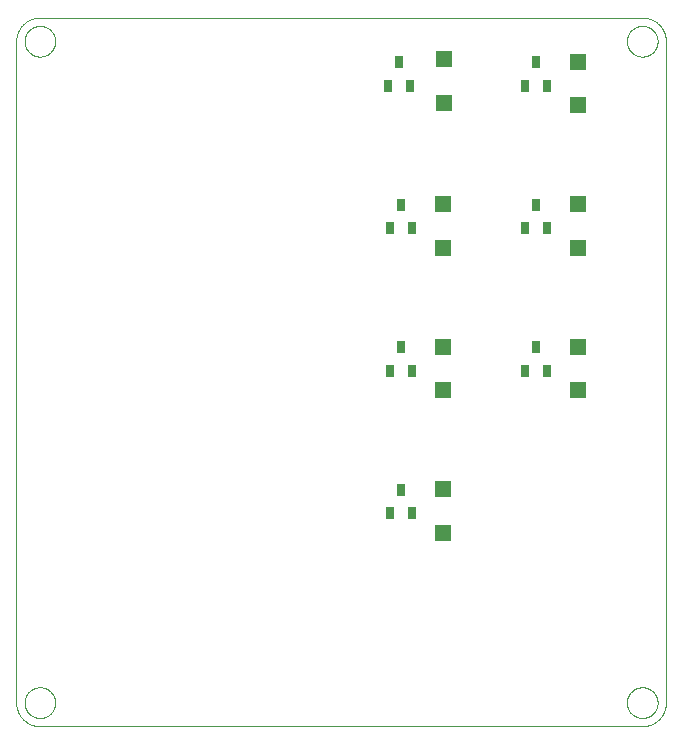
<source format=gbp>
G75*
%MOIN*%
%OFA0B0*%
%FSLAX25Y25*%
%IPPOS*%
%LPD*%
%AMOC8*
5,1,8,0,0,1.08239X$1,22.5*
%
%ADD10C,0.00001*%
%ADD11R,0.02500X0.04000*%
%ADD12R,0.05512X0.05512*%
D10*
X0105675Y0063549D02*
X0105675Y0284021D01*
X0108431Y0284021D02*
X0108433Y0284164D01*
X0108439Y0284307D01*
X0108449Y0284449D01*
X0108463Y0284591D01*
X0108481Y0284733D01*
X0108503Y0284875D01*
X0108528Y0285015D01*
X0108558Y0285155D01*
X0108592Y0285294D01*
X0108629Y0285432D01*
X0108671Y0285569D01*
X0108716Y0285704D01*
X0108765Y0285838D01*
X0108817Y0285971D01*
X0108873Y0286103D01*
X0108933Y0286232D01*
X0108997Y0286360D01*
X0109064Y0286487D01*
X0109135Y0286611D01*
X0109209Y0286733D01*
X0109286Y0286853D01*
X0109367Y0286971D01*
X0109451Y0287087D01*
X0109538Y0287200D01*
X0109628Y0287311D01*
X0109722Y0287419D01*
X0109818Y0287525D01*
X0109917Y0287627D01*
X0110020Y0287727D01*
X0110124Y0287824D01*
X0110232Y0287919D01*
X0110342Y0288010D01*
X0110455Y0288098D01*
X0110570Y0288182D01*
X0110687Y0288264D01*
X0110807Y0288342D01*
X0110928Y0288417D01*
X0111052Y0288489D01*
X0111178Y0288557D01*
X0111305Y0288621D01*
X0111435Y0288682D01*
X0111566Y0288739D01*
X0111698Y0288793D01*
X0111832Y0288842D01*
X0111967Y0288889D01*
X0112104Y0288931D01*
X0112242Y0288969D01*
X0112380Y0289004D01*
X0112520Y0289034D01*
X0112660Y0289061D01*
X0112801Y0289084D01*
X0112943Y0289103D01*
X0113085Y0289118D01*
X0113228Y0289129D01*
X0113370Y0289136D01*
X0113513Y0289139D01*
X0113656Y0289138D01*
X0113799Y0289133D01*
X0113942Y0289124D01*
X0114084Y0289111D01*
X0114226Y0289094D01*
X0114367Y0289073D01*
X0114508Y0289048D01*
X0114648Y0289020D01*
X0114787Y0288987D01*
X0114925Y0288950D01*
X0115062Y0288910D01*
X0115198Y0288866D01*
X0115333Y0288818D01*
X0115466Y0288766D01*
X0115598Y0288711D01*
X0115728Y0288652D01*
X0115857Y0288589D01*
X0115983Y0288523D01*
X0116108Y0288453D01*
X0116231Y0288380D01*
X0116351Y0288304D01*
X0116470Y0288224D01*
X0116586Y0288140D01*
X0116700Y0288054D01*
X0116811Y0287964D01*
X0116920Y0287872D01*
X0117026Y0287776D01*
X0117130Y0287678D01*
X0117231Y0287576D01*
X0117328Y0287472D01*
X0117423Y0287365D01*
X0117515Y0287256D01*
X0117604Y0287144D01*
X0117690Y0287029D01*
X0117772Y0286913D01*
X0117851Y0286793D01*
X0117927Y0286672D01*
X0117999Y0286549D01*
X0118068Y0286424D01*
X0118133Y0286297D01*
X0118195Y0286168D01*
X0118253Y0286037D01*
X0118308Y0285905D01*
X0118358Y0285771D01*
X0118405Y0285636D01*
X0118449Y0285500D01*
X0118488Y0285363D01*
X0118523Y0285224D01*
X0118555Y0285085D01*
X0118583Y0284945D01*
X0118607Y0284804D01*
X0118627Y0284662D01*
X0118643Y0284520D01*
X0118655Y0284378D01*
X0118663Y0284235D01*
X0118667Y0284092D01*
X0118667Y0283950D01*
X0118663Y0283807D01*
X0118655Y0283664D01*
X0118643Y0283522D01*
X0118627Y0283380D01*
X0118607Y0283238D01*
X0118583Y0283097D01*
X0118555Y0282957D01*
X0118523Y0282818D01*
X0118488Y0282679D01*
X0118449Y0282542D01*
X0118405Y0282406D01*
X0118358Y0282271D01*
X0118308Y0282137D01*
X0118253Y0282005D01*
X0118195Y0281874D01*
X0118133Y0281745D01*
X0118068Y0281618D01*
X0117999Y0281493D01*
X0117927Y0281370D01*
X0117851Y0281249D01*
X0117772Y0281129D01*
X0117690Y0281013D01*
X0117604Y0280898D01*
X0117515Y0280786D01*
X0117423Y0280677D01*
X0117328Y0280570D01*
X0117231Y0280466D01*
X0117130Y0280364D01*
X0117026Y0280266D01*
X0116920Y0280170D01*
X0116811Y0280078D01*
X0116700Y0279988D01*
X0116586Y0279902D01*
X0116470Y0279818D01*
X0116351Y0279738D01*
X0116231Y0279662D01*
X0116108Y0279589D01*
X0115983Y0279519D01*
X0115857Y0279453D01*
X0115728Y0279390D01*
X0115598Y0279331D01*
X0115466Y0279276D01*
X0115333Y0279224D01*
X0115198Y0279176D01*
X0115062Y0279132D01*
X0114925Y0279092D01*
X0114787Y0279055D01*
X0114648Y0279022D01*
X0114508Y0278994D01*
X0114367Y0278969D01*
X0114226Y0278948D01*
X0114084Y0278931D01*
X0113942Y0278918D01*
X0113799Y0278909D01*
X0113656Y0278904D01*
X0113513Y0278903D01*
X0113370Y0278906D01*
X0113228Y0278913D01*
X0113085Y0278924D01*
X0112943Y0278939D01*
X0112801Y0278958D01*
X0112660Y0278981D01*
X0112520Y0279008D01*
X0112380Y0279038D01*
X0112242Y0279073D01*
X0112104Y0279111D01*
X0111967Y0279153D01*
X0111832Y0279200D01*
X0111698Y0279249D01*
X0111566Y0279303D01*
X0111435Y0279360D01*
X0111305Y0279421D01*
X0111178Y0279485D01*
X0111052Y0279553D01*
X0110928Y0279625D01*
X0110807Y0279700D01*
X0110687Y0279778D01*
X0110570Y0279860D01*
X0110455Y0279944D01*
X0110342Y0280032D01*
X0110232Y0280123D01*
X0110124Y0280218D01*
X0110020Y0280315D01*
X0109917Y0280415D01*
X0109818Y0280517D01*
X0109722Y0280623D01*
X0109628Y0280731D01*
X0109538Y0280842D01*
X0109451Y0280955D01*
X0109367Y0281071D01*
X0109286Y0281189D01*
X0109209Y0281309D01*
X0109135Y0281431D01*
X0109064Y0281555D01*
X0108997Y0281682D01*
X0108933Y0281810D01*
X0108873Y0281939D01*
X0108817Y0282071D01*
X0108765Y0282204D01*
X0108716Y0282338D01*
X0108671Y0282473D01*
X0108629Y0282610D01*
X0108592Y0282748D01*
X0108558Y0282887D01*
X0108528Y0283027D01*
X0108503Y0283167D01*
X0108481Y0283309D01*
X0108463Y0283451D01*
X0108449Y0283593D01*
X0108439Y0283735D01*
X0108433Y0283878D01*
X0108431Y0284021D01*
X0105675Y0284021D02*
X0105677Y0284211D01*
X0105684Y0284401D01*
X0105696Y0284591D01*
X0105712Y0284781D01*
X0105732Y0284970D01*
X0105758Y0285159D01*
X0105787Y0285347D01*
X0105822Y0285534D01*
X0105861Y0285720D01*
X0105904Y0285905D01*
X0105952Y0286090D01*
X0106004Y0286273D01*
X0106060Y0286454D01*
X0106121Y0286634D01*
X0106187Y0286813D01*
X0106256Y0286990D01*
X0106330Y0287166D01*
X0106408Y0287339D01*
X0106491Y0287511D01*
X0106577Y0287680D01*
X0106667Y0287848D01*
X0106762Y0288013D01*
X0106860Y0288176D01*
X0106963Y0288336D01*
X0107069Y0288494D01*
X0107179Y0288649D01*
X0107292Y0288802D01*
X0107410Y0288952D01*
X0107531Y0289098D01*
X0107655Y0289242D01*
X0107783Y0289383D01*
X0107914Y0289521D01*
X0108049Y0289656D01*
X0108187Y0289787D01*
X0108328Y0289915D01*
X0108472Y0290039D01*
X0108618Y0290160D01*
X0108768Y0290278D01*
X0108921Y0290391D01*
X0109076Y0290501D01*
X0109234Y0290607D01*
X0109394Y0290710D01*
X0109557Y0290808D01*
X0109722Y0290903D01*
X0109890Y0290993D01*
X0110059Y0291079D01*
X0110231Y0291162D01*
X0110404Y0291240D01*
X0110580Y0291314D01*
X0110757Y0291383D01*
X0110936Y0291449D01*
X0111116Y0291510D01*
X0111297Y0291566D01*
X0111480Y0291618D01*
X0111665Y0291666D01*
X0111850Y0291709D01*
X0112036Y0291748D01*
X0112223Y0291783D01*
X0112411Y0291812D01*
X0112600Y0291838D01*
X0112789Y0291858D01*
X0112979Y0291874D01*
X0113169Y0291886D01*
X0113359Y0291893D01*
X0113549Y0291895D01*
X0314336Y0291895D01*
X0309218Y0284021D02*
X0309220Y0284164D01*
X0309226Y0284307D01*
X0309236Y0284449D01*
X0309250Y0284591D01*
X0309268Y0284733D01*
X0309290Y0284875D01*
X0309315Y0285015D01*
X0309345Y0285155D01*
X0309379Y0285294D01*
X0309416Y0285432D01*
X0309458Y0285569D01*
X0309503Y0285704D01*
X0309552Y0285838D01*
X0309604Y0285971D01*
X0309660Y0286103D01*
X0309720Y0286232D01*
X0309784Y0286360D01*
X0309851Y0286487D01*
X0309922Y0286611D01*
X0309996Y0286733D01*
X0310073Y0286853D01*
X0310154Y0286971D01*
X0310238Y0287087D01*
X0310325Y0287200D01*
X0310415Y0287311D01*
X0310509Y0287419D01*
X0310605Y0287525D01*
X0310704Y0287627D01*
X0310807Y0287727D01*
X0310911Y0287824D01*
X0311019Y0287919D01*
X0311129Y0288010D01*
X0311242Y0288098D01*
X0311357Y0288182D01*
X0311474Y0288264D01*
X0311594Y0288342D01*
X0311715Y0288417D01*
X0311839Y0288489D01*
X0311965Y0288557D01*
X0312092Y0288621D01*
X0312222Y0288682D01*
X0312353Y0288739D01*
X0312485Y0288793D01*
X0312619Y0288842D01*
X0312754Y0288889D01*
X0312891Y0288931D01*
X0313029Y0288969D01*
X0313167Y0289004D01*
X0313307Y0289034D01*
X0313447Y0289061D01*
X0313588Y0289084D01*
X0313730Y0289103D01*
X0313872Y0289118D01*
X0314015Y0289129D01*
X0314157Y0289136D01*
X0314300Y0289139D01*
X0314443Y0289138D01*
X0314586Y0289133D01*
X0314729Y0289124D01*
X0314871Y0289111D01*
X0315013Y0289094D01*
X0315154Y0289073D01*
X0315295Y0289048D01*
X0315435Y0289020D01*
X0315574Y0288987D01*
X0315712Y0288950D01*
X0315849Y0288910D01*
X0315985Y0288866D01*
X0316120Y0288818D01*
X0316253Y0288766D01*
X0316385Y0288711D01*
X0316515Y0288652D01*
X0316644Y0288589D01*
X0316770Y0288523D01*
X0316895Y0288453D01*
X0317018Y0288380D01*
X0317138Y0288304D01*
X0317257Y0288224D01*
X0317373Y0288140D01*
X0317487Y0288054D01*
X0317598Y0287964D01*
X0317707Y0287872D01*
X0317813Y0287776D01*
X0317917Y0287678D01*
X0318018Y0287576D01*
X0318115Y0287472D01*
X0318210Y0287365D01*
X0318302Y0287256D01*
X0318391Y0287144D01*
X0318477Y0287029D01*
X0318559Y0286913D01*
X0318638Y0286793D01*
X0318714Y0286672D01*
X0318786Y0286549D01*
X0318855Y0286424D01*
X0318920Y0286297D01*
X0318982Y0286168D01*
X0319040Y0286037D01*
X0319095Y0285905D01*
X0319145Y0285771D01*
X0319192Y0285636D01*
X0319236Y0285500D01*
X0319275Y0285363D01*
X0319310Y0285224D01*
X0319342Y0285085D01*
X0319370Y0284945D01*
X0319394Y0284804D01*
X0319414Y0284662D01*
X0319430Y0284520D01*
X0319442Y0284378D01*
X0319450Y0284235D01*
X0319454Y0284092D01*
X0319454Y0283950D01*
X0319450Y0283807D01*
X0319442Y0283664D01*
X0319430Y0283522D01*
X0319414Y0283380D01*
X0319394Y0283238D01*
X0319370Y0283097D01*
X0319342Y0282957D01*
X0319310Y0282818D01*
X0319275Y0282679D01*
X0319236Y0282542D01*
X0319192Y0282406D01*
X0319145Y0282271D01*
X0319095Y0282137D01*
X0319040Y0282005D01*
X0318982Y0281874D01*
X0318920Y0281745D01*
X0318855Y0281618D01*
X0318786Y0281493D01*
X0318714Y0281370D01*
X0318638Y0281249D01*
X0318559Y0281129D01*
X0318477Y0281013D01*
X0318391Y0280898D01*
X0318302Y0280786D01*
X0318210Y0280677D01*
X0318115Y0280570D01*
X0318018Y0280466D01*
X0317917Y0280364D01*
X0317813Y0280266D01*
X0317707Y0280170D01*
X0317598Y0280078D01*
X0317487Y0279988D01*
X0317373Y0279902D01*
X0317257Y0279818D01*
X0317138Y0279738D01*
X0317018Y0279662D01*
X0316895Y0279589D01*
X0316770Y0279519D01*
X0316644Y0279453D01*
X0316515Y0279390D01*
X0316385Y0279331D01*
X0316253Y0279276D01*
X0316120Y0279224D01*
X0315985Y0279176D01*
X0315849Y0279132D01*
X0315712Y0279092D01*
X0315574Y0279055D01*
X0315435Y0279022D01*
X0315295Y0278994D01*
X0315154Y0278969D01*
X0315013Y0278948D01*
X0314871Y0278931D01*
X0314729Y0278918D01*
X0314586Y0278909D01*
X0314443Y0278904D01*
X0314300Y0278903D01*
X0314157Y0278906D01*
X0314015Y0278913D01*
X0313872Y0278924D01*
X0313730Y0278939D01*
X0313588Y0278958D01*
X0313447Y0278981D01*
X0313307Y0279008D01*
X0313167Y0279038D01*
X0313029Y0279073D01*
X0312891Y0279111D01*
X0312754Y0279153D01*
X0312619Y0279200D01*
X0312485Y0279249D01*
X0312353Y0279303D01*
X0312222Y0279360D01*
X0312092Y0279421D01*
X0311965Y0279485D01*
X0311839Y0279553D01*
X0311715Y0279625D01*
X0311594Y0279700D01*
X0311474Y0279778D01*
X0311357Y0279860D01*
X0311242Y0279944D01*
X0311129Y0280032D01*
X0311019Y0280123D01*
X0310911Y0280218D01*
X0310807Y0280315D01*
X0310704Y0280415D01*
X0310605Y0280517D01*
X0310509Y0280623D01*
X0310415Y0280731D01*
X0310325Y0280842D01*
X0310238Y0280955D01*
X0310154Y0281071D01*
X0310073Y0281189D01*
X0309996Y0281309D01*
X0309922Y0281431D01*
X0309851Y0281555D01*
X0309784Y0281682D01*
X0309720Y0281810D01*
X0309660Y0281939D01*
X0309604Y0282071D01*
X0309552Y0282204D01*
X0309503Y0282338D01*
X0309458Y0282473D01*
X0309416Y0282610D01*
X0309379Y0282748D01*
X0309345Y0282887D01*
X0309315Y0283027D01*
X0309290Y0283167D01*
X0309268Y0283309D01*
X0309250Y0283451D01*
X0309236Y0283593D01*
X0309226Y0283735D01*
X0309220Y0283878D01*
X0309218Y0284021D01*
X0314336Y0291895D02*
X0314526Y0291893D01*
X0314716Y0291886D01*
X0314906Y0291874D01*
X0315096Y0291858D01*
X0315285Y0291838D01*
X0315474Y0291812D01*
X0315662Y0291783D01*
X0315849Y0291748D01*
X0316035Y0291709D01*
X0316220Y0291666D01*
X0316405Y0291618D01*
X0316588Y0291566D01*
X0316769Y0291510D01*
X0316949Y0291449D01*
X0317128Y0291383D01*
X0317305Y0291314D01*
X0317481Y0291240D01*
X0317654Y0291162D01*
X0317826Y0291079D01*
X0317995Y0290993D01*
X0318163Y0290903D01*
X0318328Y0290808D01*
X0318491Y0290710D01*
X0318651Y0290607D01*
X0318809Y0290501D01*
X0318964Y0290391D01*
X0319117Y0290278D01*
X0319267Y0290160D01*
X0319413Y0290039D01*
X0319557Y0289915D01*
X0319698Y0289787D01*
X0319836Y0289656D01*
X0319971Y0289521D01*
X0320102Y0289383D01*
X0320230Y0289242D01*
X0320354Y0289098D01*
X0320475Y0288952D01*
X0320593Y0288802D01*
X0320706Y0288649D01*
X0320816Y0288494D01*
X0320922Y0288336D01*
X0321025Y0288176D01*
X0321123Y0288013D01*
X0321218Y0287848D01*
X0321308Y0287680D01*
X0321394Y0287511D01*
X0321477Y0287339D01*
X0321555Y0287166D01*
X0321629Y0286990D01*
X0321698Y0286813D01*
X0321764Y0286634D01*
X0321825Y0286454D01*
X0321881Y0286273D01*
X0321933Y0286090D01*
X0321981Y0285905D01*
X0322024Y0285720D01*
X0322063Y0285534D01*
X0322098Y0285347D01*
X0322127Y0285159D01*
X0322153Y0284970D01*
X0322173Y0284781D01*
X0322189Y0284591D01*
X0322201Y0284401D01*
X0322208Y0284211D01*
X0322210Y0284021D01*
X0322210Y0063549D01*
X0309218Y0063549D02*
X0309220Y0063692D01*
X0309226Y0063835D01*
X0309236Y0063977D01*
X0309250Y0064119D01*
X0309268Y0064261D01*
X0309290Y0064403D01*
X0309315Y0064543D01*
X0309345Y0064683D01*
X0309379Y0064822D01*
X0309416Y0064960D01*
X0309458Y0065097D01*
X0309503Y0065232D01*
X0309552Y0065366D01*
X0309604Y0065499D01*
X0309660Y0065631D01*
X0309720Y0065760D01*
X0309784Y0065888D01*
X0309851Y0066015D01*
X0309922Y0066139D01*
X0309996Y0066261D01*
X0310073Y0066381D01*
X0310154Y0066499D01*
X0310238Y0066615D01*
X0310325Y0066728D01*
X0310415Y0066839D01*
X0310509Y0066947D01*
X0310605Y0067053D01*
X0310704Y0067155D01*
X0310807Y0067255D01*
X0310911Y0067352D01*
X0311019Y0067447D01*
X0311129Y0067538D01*
X0311242Y0067626D01*
X0311357Y0067710D01*
X0311474Y0067792D01*
X0311594Y0067870D01*
X0311715Y0067945D01*
X0311839Y0068017D01*
X0311965Y0068085D01*
X0312092Y0068149D01*
X0312222Y0068210D01*
X0312353Y0068267D01*
X0312485Y0068321D01*
X0312619Y0068370D01*
X0312754Y0068417D01*
X0312891Y0068459D01*
X0313029Y0068497D01*
X0313167Y0068532D01*
X0313307Y0068562D01*
X0313447Y0068589D01*
X0313588Y0068612D01*
X0313730Y0068631D01*
X0313872Y0068646D01*
X0314015Y0068657D01*
X0314157Y0068664D01*
X0314300Y0068667D01*
X0314443Y0068666D01*
X0314586Y0068661D01*
X0314729Y0068652D01*
X0314871Y0068639D01*
X0315013Y0068622D01*
X0315154Y0068601D01*
X0315295Y0068576D01*
X0315435Y0068548D01*
X0315574Y0068515D01*
X0315712Y0068478D01*
X0315849Y0068438D01*
X0315985Y0068394D01*
X0316120Y0068346D01*
X0316253Y0068294D01*
X0316385Y0068239D01*
X0316515Y0068180D01*
X0316644Y0068117D01*
X0316770Y0068051D01*
X0316895Y0067981D01*
X0317018Y0067908D01*
X0317138Y0067832D01*
X0317257Y0067752D01*
X0317373Y0067668D01*
X0317487Y0067582D01*
X0317598Y0067492D01*
X0317707Y0067400D01*
X0317813Y0067304D01*
X0317917Y0067206D01*
X0318018Y0067104D01*
X0318115Y0067000D01*
X0318210Y0066893D01*
X0318302Y0066784D01*
X0318391Y0066672D01*
X0318477Y0066557D01*
X0318559Y0066441D01*
X0318638Y0066321D01*
X0318714Y0066200D01*
X0318786Y0066077D01*
X0318855Y0065952D01*
X0318920Y0065825D01*
X0318982Y0065696D01*
X0319040Y0065565D01*
X0319095Y0065433D01*
X0319145Y0065299D01*
X0319192Y0065164D01*
X0319236Y0065028D01*
X0319275Y0064891D01*
X0319310Y0064752D01*
X0319342Y0064613D01*
X0319370Y0064473D01*
X0319394Y0064332D01*
X0319414Y0064190D01*
X0319430Y0064048D01*
X0319442Y0063906D01*
X0319450Y0063763D01*
X0319454Y0063620D01*
X0319454Y0063478D01*
X0319450Y0063335D01*
X0319442Y0063192D01*
X0319430Y0063050D01*
X0319414Y0062908D01*
X0319394Y0062766D01*
X0319370Y0062625D01*
X0319342Y0062485D01*
X0319310Y0062346D01*
X0319275Y0062207D01*
X0319236Y0062070D01*
X0319192Y0061934D01*
X0319145Y0061799D01*
X0319095Y0061665D01*
X0319040Y0061533D01*
X0318982Y0061402D01*
X0318920Y0061273D01*
X0318855Y0061146D01*
X0318786Y0061021D01*
X0318714Y0060898D01*
X0318638Y0060777D01*
X0318559Y0060657D01*
X0318477Y0060541D01*
X0318391Y0060426D01*
X0318302Y0060314D01*
X0318210Y0060205D01*
X0318115Y0060098D01*
X0318018Y0059994D01*
X0317917Y0059892D01*
X0317813Y0059794D01*
X0317707Y0059698D01*
X0317598Y0059606D01*
X0317487Y0059516D01*
X0317373Y0059430D01*
X0317257Y0059346D01*
X0317138Y0059266D01*
X0317018Y0059190D01*
X0316895Y0059117D01*
X0316770Y0059047D01*
X0316644Y0058981D01*
X0316515Y0058918D01*
X0316385Y0058859D01*
X0316253Y0058804D01*
X0316120Y0058752D01*
X0315985Y0058704D01*
X0315849Y0058660D01*
X0315712Y0058620D01*
X0315574Y0058583D01*
X0315435Y0058550D01*
X0315295Y0058522D01*
X0315154Y0058497D01*
X0315013Y0058476D01*
X0314871Y0058459D01*
X0314729Y0058446D01*
X0314586Y0058437D01*
X0314443Y0058432D01*
X0314300Y0058431D01*
X0314157Y0058434D01*
X0314015Y0058441D01*
X0313872Y0058452D01*
X0313730Y0058467D01*
X0313588Y0058486D01*
X0313447Y0058509D01*
X0313307Y0058536D01*
X0313167Y0058566D01*
X0313029Y0058601D01*
X0312891Y0058639D01*
X0312754Y0058681D01*
X0312619Y0058728D01*
X0312485Y0058777D01*
X0312353Y0058831D01*
X0312222Y0058888D01*
X0312092Y0058949D01*
X0311965Y0059013D01*
X0311839Y0059081D01*
X0311715Y0059153D01*
X0311594Y0059228D01*
X0311474Y0059306D01*
X0311357Y0059388D01*
X0311242Y0059472D01*
X0311129Y0059560D01*
X0311019Y0059651D01*
X0310911Y0059746D01*
X0310807Y0059843D01*
X0310704Y0059943D01*
X0310605Y0060045D01*
X0310509Y0060151D01*
X0310415Y0060259D01*
X0310325Y0060370D01*
X0310238Y0060483D01*
X0310154Y0060599D01*
X0310073Y0060717D01*
X0309996Y0060837D01*
X0309922Y0060959D01*
X0309851Y0061083D01*
X0309784Y0061210D01*
X0309720Y0061338D01*
X0309660Y0061467D01*
X0309604Y0061599D01*
X0309552Y0061732D01*
X0309503Y0061866D01*
X0309458Y0062001D01*
X0309416Y0062138D01*
X0309379Y0062276D01*
X0309345Y0062415D01*
X0309315Y0062555D01*
X0309290Y0062695D01*
X0309268Y0062837D01*
X0309250Y0062979D01*
X0309236Y0063121D01*
X0309226Y0063263D01*
X0309220Y0063406D01*
X0309218Y0063549D01*
X0314336Y0055675D02*
X0314526Y0055677D01*
X0314716Y0055684D01*
X0314906Y0055696D01*
X0315096Y0055712D01*
X0315285Y0055732D01*
X0315474Y0055758D01*
X0315662Y0055787D01*
X0315849Y0055822D01*
X0316035Y0055861D01*
X0316220Y0055904D01*
X0316405Y0055952D01*
X0316588Y0056004D01*
X0316769Y0056060D01*
X0316949Y0056121D01*
X0317128Y0056187D01*
X0317305Y0056256D01*
X0317481Y0056330D01*
X0317654Y0056408D01*
X0317826Y0056491D01*
X0317995Y0056577D01*
X0318163Y0056667D01*
X0318328Y0056762D01*
X0318491Y0056860D01*
X0318651Y0056963D01*
X0318809Y0057069D01*
X0318964Y0057179D01*
X0319117Y0057292D01*
X0319267Y0057410D01*
X0319413Y0057531D01*
X0319557Y0057655D01*
X0319698Y0057783D01*
X0319836Y0057914D01*
X0319971Y0058049D01*
X0320102Y0058187D01*
X0320230Y0058328D01*
X0320354Y0058472D01*
X0320475Y0058618D01*
X0320593Y0058768D01*
X0320706Y0058921D01*
X0320816Y0059076D01*
X0320922Y0059234D01*
X0321025Y0059394D01*
X0321123Y0059557D01*
X0321218Y0059722D01*
X0321308Y0059890D01*
X0321394Y0060059D01*
X0321477Y0060231D01*
X0321555Y0060404D01*
X0321629Y0060580D01*
X0321698Y0060757D01*
X0321764Y0060936D01*
X0321825Y0061116D01*
X0321881Y0061297D01*
X0321933Y0061480D01*
X0321981Y0061665D01*
X0322024Y0061850D01*
X0322063Y0062036D01*
X0322098Y0062223D01*
X0322127Y0062411D01*
X0322153Y0062600D01*
X0322173Y0062789D01*
X0322189Y0062979D01*
X0322201Y0063169D01*
X0322208Y0063359D01*
X0322210Y0063549D01*
X0314336Y0055675D02*
X0113549Y0055675D01*
X0108431Y0063549D02*
X0108433Y0063692D01*
X0108439Y0063835D01*
X0108449Y0063977D01*
X0108463Y0064119D01*
X0108481Y0064261D01*
X0108503Y0064403D01*
X0108528Y0064543D01*
X0108558Y0064683D01*
X0108592Y0064822D01*
X0108629Y0064960D01*
X0108671Y0065097D01*
X0108716Y0065232D01*
X0108765Y0065366D01*
X0108817Y0065499D01*
X0108873Y0065631D01*
X0108933Y0065760D01*
X0108997Y0065888D01*
X0109064Y0066015D01*
X0109135Y0066139D01*
X0109209Y0066261D01*
X0109286Y0066381D01*
X0109367Y0066499D01*
X0109451Y0066615D01*
X0109538Y0066728D01*
X0109628Y0066839D01*
X0109722Y0066947D01*
X0109818Y0067053D01*
X0109917Y0067155D01*
X0110020Y0067255D01*
X0110124Y0067352D01*
X0110232Y0067447D01*
X0110342Y0067538D01*
X0110455Y0067626D01*
X0110570Y0067710D01*
X0110687Y0067792D01*
X0110807Y0067870D01*
X0110928Y0067945D01*
X0111052Y0068017D01*
X0111178Y0068085D01*
X0111305Y0068149D01*
X0111435Y0068210D01*
X0111566Y0068267D01*
X0111698Y0068321D01*
X0111832Y0068370D01*
X0111967Y0068417D01*
X0112104Y0068459D01*
X0112242Y0068497D01*
X0112380Y0068532D01*
X0112520Y0068562D01*
X0112660Y0068589D01*
X0112801Y0068612D01*
X0112943Y0068631D01*
X0113085Y0068646D01*
X0113228Y0068657D01*
X0113370Y0068664D01*
X0113513Y0068667D01*
X0113656Y0068666D01*
X0113799Y0068661D01*
X0113942Y0068652D01*
X0114084Y0068639D01*
X0114226Y0068622D01*
X0114367Y0068601D01*
X0114508Y0068576D01*
X0114648Y0068548D01*
X0114787Y0068515D01*
X0114925Y0068478D01*
X0115062Y0068438D01*
X0115198Y0068394D01*
X0115333Y0068346D01*
X0115466Y0068294D01*
X0115598Y0068239D01*
X0115728Y0068180D01*
X0115857Y0068117D01*
X0115983Y0068051D01*
X0116108Y0067981D01*
X0116231Y0067908D01*
X0116351Y0067832D01*
X0116470Y0067752D01*
X0116586Y0067668D01*
X0116700Y0067582D01*
X0116811Y0067492D01*
X0116920Y0067400D01*
X0117026Y0067304D01*
X0117130Y0067206D01*
X0117231Y0067104D01*
X0117328Y0067000D01*
X0117423Y0066893D01*
X0117515Y0066784D01*
X0117604Y0066672D01*
X0117690Y0066557D01*
X0117772Y0066441D01*
X0117851Y0066321D01*
X0117927Y0066200D01*
X0117999Y0066077D01*
X0118068Y0065952D01*
X0118133Y0065825D01*
X0118195Y0065696D01*
X0118253Y0065565D01*
X0118308Y0065433D01*
X0118358Y0065299D01*
X0118405Y0065164D01*
X0118449Y0065028D01*
X0118488Y0064891D01*
X0118523Y0064752D01*
X0118555Y0064613D01*
X0118583Y0064473D01*
X0118607Y0064332D01*
X0118627Y0064190D01*
X0118643Y0064048D01*
X0118655Y0063906D01*
X0118663Y0063763D01*
X0118667Y0063620D01*
X0118667Y0063478D01*
X0118663Y0063335D01*
X0118655Y0063192D01*
X0118643Y0063050D01*
X0118627Y0062908D01*
X0118607Y0062766D01*
X0118583Y0062625D01*
X0118555Y0062485D01*
X0118523Y0062346D01*
X0118488Y0062207D01*
X0118449Y0062070D01*
X0118405Y0061934D01*
X0118358Y0061799D01*
X0118308Y0061665D01*
X0118253Y0061533D01*
X0118195Y0061402D01*
X0118133Y0061273D01*
X0118068Y0061146D01*
X0117999Y0061021D01*
X0117927Y0060898D01*
X0117851Y0060777D01*
X0117772Y0060657D01*
X0117690Y0060541D01*
X0117604Y0060426D01*
X0117515Y0060314D01*
X0117423Y0060205D01*
X0117328Y0060098D01*
X0117231Y0059994D01*
X0117130Y0059892D01*
X0117026Y0059794D01*
X0116920Y0059698D01*
X0116811Y0059606D01*
X0116700Y0059516D01*
X0116586Y0059430D01*
X0116470Y0059346D01*
X0116351Y0059266D01*
X0116231Y0059190D01*
X0116108Y0059117D01*
X0115983Y0059047D01*
X0115857Y0058981D01*
X0115728Y0058918D01*
X0115598Y0058859D01*
X0115466Y0058804D01*
X0115333Y0058752D01*
X0115198Y0058704D01*
X0115062Y0058660D01*
X0114925Y0058620D01*
X0114787Y0058583D01*
X0114648Y0058550D01*
X0114508Y0058522D01*
X0114367Y0058497D01*
X0114226Y0058476D01*
X0114084Y0058459D01*
X0113942Y0058446D01*
X0113799Y0058437D01*
X0113656Y0058432D01*
X0113513Y0058431D01*
X0113370Y0058434D01*
X0113228Y0058441D01*
X0113085Y0058452D01*
X0112943Y0058467D01*
X0112801Y0058486D01*
X0112660Y0058509D01*
X0112520Y0058536D01*
X0112380Y0058566D01*
X0112242Y0058601D01*
X0112104Y0058639D01*
X0111967Y0058681D01*
X0111832Y0058728D01*
X0111698Y0058777D01*
X0111566Y0058831D01*
X0111435Y0058888D01*
X0111305Y0058949D01*
X0111178Y0059013D01*
X0111052Y0059081D01*
X0110928Y0059153D01*
X0110807Y0059228D01*
X0110687Y0059306D01*
X0110570Y0059388D01*
X0110455Y0059472D01*
X0110342Y0059560D01*
X0110232Y0059651D01*
X0110124Y0059746D01*
X0110020Y0059843D01*
X0109917Y0059943D01*
X0109818Y0060045D01*
X0109722Y0060151D01*
X0109628Y0060259D01*
X0109538Y0060370D01*
X0109451Y0060483D01*
X0109367Y0060599D01*
X0109286Y0060717D01*
X0109209Y0060837D01*
X0109135Y0060959D01*
X0109064Y0061083D01*
X0108997Y0061210D01*
X0108933Y0061338D01*
X0108873Y0061467D01*
X0108817Y0061599D01*
X0108765Y0061732D01*
X0108716Y0061866D01*
X0108671Y0062001D01*
X0108629Y0062138D01*
X0108592Y0062276D01*
X0108558Y0062415D01*
X0108528Y0062555D01*
X0108503Y0062695D01*
X0108481Y0062837D01*
X0108463Y0062979D01*
X0108449Y0063121D01*
X0108439Y0063263D01*
X0108433Y0063406D01*
X0108431Y0063549D01*
X0105675Y0063549D02*
X0105677Y0063359D01*
X0105684Y0063169D01*
X0105696Y0062979D01*
X0105712Y0062789D01*
X0105732Y0062600D01*
X0105758Y0062411D01*
X0105787Y0062223D01*
X0105822Y0062036D01*
X0105861Y0061850D01*
X0105904Y0061665D01*
X0105952Y0061480D01*
X0106004Y0061297D01*
X0106060Y0061116D01*
X0106121Y0060936D01*
X0106187Y0060757D01*
X0106256Y0060580D01*
X0106330Y0060404D01*
X0106408Y0060231D01*
X0106491Y0060059D01*
X0106577Y0059890D01*
X0106667Y0059722D01*
X0106762Y0059557D01*
X0106860Y0059394D01*
X0106963Y0059234D01*
X0107069Y0059076D01*
X0107179Y0058921D01*
X0107292Y0058768D01*
X0107410Y0058618D01*
X0107531Y0058472D01*
X0107655Y0058328D01*
X0107783Y0058187D01*
X0107914Y0058049D01*
X0108049Y0057914D01*
X0108187Y0057783D01*
X0108328Y0057655D01*
X0108472Y0057531D01*
X0108618Y0057410D01*
X0108768Y0057292D01*
X0108921Y0057179D01*
X0109076Y0057069D01*
X0109234Y0056963D01*
X0109394Y0056860D01*
X0109557Y0056762D01*
X0109722Y0056667D01*
X0109890Y0056577D01*
X0110059Y0056491D01*
X0110231Y0056408D01*
X0110404Y0056330D01*
X0110580Y0056256D01*
X0110757Y0056187D01*
X0110936Y0056121D01*
X0111116Y0056060D01*
X0111297Y0056004D01*
X0111480Y0055952D01*
X0111665Y0055904D01*
X0111850Y0055861D01*
X0112036Y0055822D01*
X0112223Y0055787D01*
X0112411Y0055758D01*
X0112600Y0055732D01*
X0112789Y0055712D01*
X0112979Y0055696D01*
X0113169Y0055684D01*
X0113359Y0055677D01*
X0113549Y0055675D01*
D11*
X0230163Y0126600D03*
X0237644Y0126600D03*
X0233903Y0134474D03*
X0230163Y0174100D03*
X0237644Y0174100D03*
X0233903Y0181974D03*
X0230163Y0221600D03*
X0237644Y0221600D03*
X0233903Y0229474D03*
X0236915Y0269238D03*
X0229435Y0269238D03*
X0233175Y0277112D03*
X0275163Y0269100D03*
X0282644Y0269100D03*
X0278903Y0276974D03*
X0278903Y0229474D03*
X0275163Y0221600D03*
X0282644Y0221600D03*
X0278903Y0181974D03*
X0275163Y0174100D03*
X0282644Y0174100D03*
D12*
X0293037Y0167663D03*
X0293037Y0182230D03*
X0293037Y0215163D03*
X0293037Y0229730D03*
X0293037Y0262663D03*
X0293037Y0277230D03*
X0248175Y0277958D03*
X0248175Y0263392D03*
X0248037Y0229730D03*
X0248037Y0215163D03*
X0248037Y0182230D03*
X0248037Y0167663D03*
X0248037Y0134730D03*
X0248037Y0120163D03*
M02*

</source>
